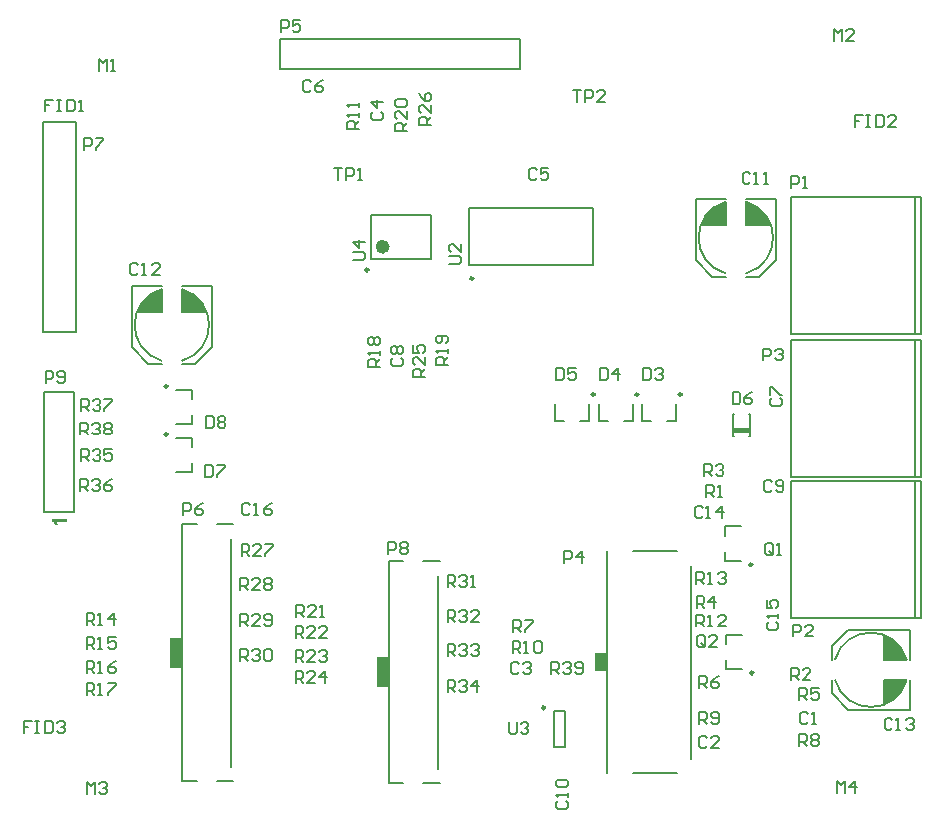
<source format=gto>
G04*
G04 #@! TF.GenerationSoftware,Altium Limited,Altium Designer,24.8.2 (39)*
G04*
G04 Layer_Color=65535*
%FSAX44Y44*%
%MOMM*%
G71*
G04*
G04 #@! TF.SameCoordinates,797AAC5B-F729-46B2-8772-93C60BB36BBD*
G04*
G04*
G04 #@! TF.FilePolarity,Positive*
G04*
G01*
G75*
%ADD10C,0.2500*%
%ADD11C,0.2000*%
%ADD12C,0.6000*%
%ADD13R,1.5000X0.4500*%
%ADD14R,1.0000X1.5000*%
%ADD15R,1.0000X2.5000*%
G36*
X00137550Y00436320D02*
Y00455320D01*
X00131050Y00452820D01*
X00125050Y00448820D01*
X00120550Y00443320D01*
X00116550Y00436320D01*
X00137550D01*
D02*
G37*
G36*
X00154550D02*
Y00455320D01*
X00161050Y00452820D01*
X00167050Y00448820D01*
X00171550Y00443320D01*
X00175550Y00436320D01*
X00154550D01*
D02*
G37*
G36*
X00615070Y00510240D02*
Y00529240D01*
X00608570Y00526740D01*
X00602570Y00522740D01*
X00598070Y00517240D01*
X00594070Y00510240D01*
X00615070D01*
D02*
G37*
G36*
X00748870Y00124850D02*
X00767870D01*
X00765370Y00118350D01*
X00761370Y00112350D01*
X00755870Y00107850D01*
X00748870Y00103850D01*
Y00124850D01*
D02*
G37*
G36*
Y00141850D02*
X00767870D01*
X00765370Y00148350D01*
X00761370Y00154350D01*
X00755870Y00158850D01*
X00748870Y00162850D01*
Y00141850D01*
D02*
G37*
G36*
X00632070Y00510240D02*
Y00529240D01*
X00638570Y00526740D01*
X00644570Y00522740D01*
X00649070Y00517240D01*
X00653070Y00510240D01*
X00632070D01*
D02*
G37*
G36*
X00057404Y00258690D02*
X00048127D01*
X00048146Y00258672D01*
X00048183Y00258635D01*
X00048238Y00258561D01*
X00048331Y00258450D01*
X00048442Y00258320D01*
X00048553Y00258172D01*
X00048683Y00257987D01*
X00048831Y00257783D01*
X00048979Y00257561D01*
X00049127Y00257320D01*
X00049294Y00257061D01*
X00049442Y00256783D01*
X00049720Y00256191D01*
X00049979Y00255524D01*
X00047757D01*
Y00255543D01*
X00047738Y00255561D01*
X00047720Y00255617D01*
X00047701Y00255691D01*
X00047609Y00255876D01*
X00047498Y00256135D01*
X00047350Y00256450D01*
X00047146Y00256802D01*
X00046887Y00257190D01*
X00046590Y00257598D01*
X00046572Y00257616D01*
X00046553Y00257653D01*
X00046498Y00257709D01*
X00046424Y00257783D01*
X00046238Y00257987D01*
X00045998Y00258209D01*
X00045701Y00258468D01*
X00045331Y00258727D01*
X00044942Y00258968D01*
X00044516Y00259153D01*
Y00261153D01*
X00057404D01*
Y00258690D01*
D02*
G37*
D10*
X00142390Y00332710D02*
G03*
X00142390Y00332710I-00001250J00000000D01*
G01*
Y00373350D02*
G03*
X00142390Y00373350I-00001250J00000000D01*
G01*
X00504140Y00366560D02*
G03*
X00504140Y00366560I-00001250J00000000D01*
G01*
X00577800D02*
G03*
X00577800Y00366560I-00001250J00000000D01*
G01*
X00540970D02*
G03*
X00540970Y00366560I-00001250J00000000D01*
G01*
X00637512Y00222432D02*
G03*
X00637512Y00222432I-00001250J00000000D01*
G01*
X00638320Y00130840D02*
G03*
X00638320Y00130840I-00001250J00000000D01*
G01*
X00461930Y00101160D02*
G03*
X00461930Y00101160I-00001250J00000000D01*
G01*
X00312500Y00472000D02*
G03*
X00312500Y00472000I-00001250J00000000D01*
G01*
X00401250Y00464750D02*
G03*
X00401250Y00464750I-00001250J00000000D01*
G01*
D11*
X00137463Y00455627D02*
G03*
X00137329Y00395051I00008587J-00030307D01*
G01*
X00154771D02*
G03*
X00154637Y00455627I-00008722J00030268D01*
G01*
X00632291Y00468971D02*
G03*
X00632157Y00529547I-00008722J00030268D01*
G01*
X00614983D02*
G03*
X00614849Y00468971I00008587J-00030307D01*
G01*
X00707601Y00124628D02*
G03*
X00768177Y00124763I00030268J00008722D01*
G01*
Y00141937D02*
G03*
X00707601Y00142072I-00030307J-00008587D01*
G01*
X00620896Y00330930D02*
X00621896D01*
X00620896Y00349930D02*
X00621896D01*
X00634896Y00330930D02*
X00635896D01*
X00634896Y00349930D02*
X00635896D01*
X00620896Y00330930D02*
Y00349930D01*
X00635896Y00330930D02*
Y00349930D01*
X00633896Y00334930D02*
X00635896D01*
X00620896D02*
X00622896D01*
X00633896D01*
X00163390Y00300460D02*
Y00308210D01*
X00149390Y00300460D02*
X00163390D01*
Y00321710D02*
Y00329460D01*
X00149390D02*
X00163390D01*
Y00341100D02*
Y00348850D01*
X00149390Y00341100D02*
X00163390D01*
Y00362350D02*
Y00370100D01*
X00149390D02*
X00163390D01*
X00112050Y00406320D02*
X00126050Y00392320D01*
X00166050D02*
X00180050Y00406320D01*
Y00458320D01*
X00112050Y00406320D02*
Y00458320D01*
X00137550Y00436320D02*
Y00455320D01*
X00116550Y00436320D02*
X00137550D01*
X00154550D02*
X00175550D01*
X00154550D02*
Y00455320D01*
X00126050Y00392320D02*
X00137550D01*
X00154550D02*
X00166050D01*
X00154550Y00458320D02*
X00180050D01*
X00112050D02*
X00137550D01*
X00536400Y00234000D02*
X00573400D01*
X00585400Y00058000D02*
Y00221000D01*
X00536400Y00046000D02*
X00573400D01*
X00514400Y00234000D02*
X00514400Y00046000D01*
X00036800Y00419000D02*
X00064800D01*
Y00596800D01*
X00036800Y00419000D02*
Y00596800D01*
X00036900Y00596900D01*
X00064800D01*
X00038100Y00266700D02*
Y00368300D01*
X00063500D01*
Y00266700D02*
Y00368300D01*
X00038100Y00266700D02*
X00063500D01*
X00237490Y00667766D02*
X00440690D01*
X00237490Y00642366D02*
X00440690D01*
X00237490D02*
Y00667766D01*
X00440690Y00642366D02*
Y00667766D01*
X00589570Y00532240D02*
X00615070D01*
X00632070D02*
X00657570D01*
X00632070Y00466240D02*
X00643570D01*
X00603570D02*
X00615070D01*
X00632070Y00510240D02*
Y00529240D01*
Y00510240D02*
X00653070D01*
X00594070D02*
X00615070D01*
Y00529240D01*
X00589570Y00480240D02*
Y00532240D01*
X00657570Y00480240D02*
Y00532240D01*
X00643570Y00466240D02*
X00657570Y00480240D01*
X00589570D02*
X00603570Y00466240D01*
X00770870Y00141850D02*
Y00167350D01*
Y00099350D02*
Y00124850D01*
X00704870Y00113350D02*
Y00124850D01*
Y00141850D02*
Y00153350D01*
X00748870Y00124850D02*
X00767870D01*
X00748870Y00103850D02*
Y00124850D01*
Y00141850D02*
Y00162850D01*
Y00141850D02*
X00767870D01*
X00718870Y00167350D02*
X00770870D01*
X00718870Y00099350D02*
X00770870D01*
X00704870Y00113350D02*
X00718870Y00099350D01*
X00704870Y00153350D02*
X00718870Y00167350D01*
X00775170Y00176950D02*
Y00292950D01*
X00670170Y00176950D02*
X00780170D01*
X00670170D02*
Y00292950D01*
X00780170D01*
Y00176950D02*
Y00292950D01*
X00470640Y00344310D02*
X00478390D01*
X00470640D02*
Y00358310D01*
X00491890Y00344310D02*
X00499640D01*
Y00358310D01*
X00330000Y00225500D02*
X00330000Y00037500D01*
X00342000D01*
X00330000Y00225500D02*
X00342000D01*
X00359000Y00037500D02*
X00373000D01*
X00359000Y00225500D02*
X00373000D01*
X00371000Y00049500D02*
Y00212500D01*
X00544300Y00344310D02*
X00552050D01*
X00544300D02*
Y00358310D01*
X00565550Y00344310D02*
X00573300D01*
Y00358310D01*
X00507470Y00344310D02*
X00515220D01*
X00507470D02*
Y00358310D01*
X00528720Y00344310D02*
X00536470D01*
Y00358310D01*
X00780000Y00417400D02*
Y00533400D01*
X00670000D02*
X00780000D01*
X00670000Y00417400D02*
Y00533400D01*
Y00417400D02*
X00780000D01*
X00775000D02*
Y00533400D01*
X00780170Y00296330D02*
Y00412330D01*
X00670170D02*
X00780170D01*
X00670170Y00296330D02*
Y00412330D01*
Y00296330D02*
X00780170D01*
X00775170D02*
Y00412330D01*
X00614012Y00225682D02*
X00628012D01*
X00614012D02*
Y00233432D01*
Y00254682D02*
X00628012D01*
X00614012Y00246932D02*
Y00254682D01*
X00614820Y00134090D02*
X00628820D01*
X00614820D02*
Y00141840D01*
Y00163090D02*
X00628820D01*
X00614820Y00155340D02*
Y00163090D01*
X00184000Y00256770D02*
X00198000D01*
X00184000Y00038770D02*
X00198000D01*
X00155000Y00256770D02*
X00167000D01*
X00155000Y00038770D02*
X00167000D01*
X00155000Y00256770D02*
X00155000Y00038770D01*
X00196000Y00050770D02*
Y00243770D01*
X00478680Y00068160D02*
Y00098160D01*
X00469680Y00068160D02*
Y00098160D01*
Y00068160D02*
X00478680D01*
X00469680Y00098160D02*
X00478680D01*
X00365500Y00481500D02*
Y00518500D01*
X00314500Y00481500D02*
Y00518500D01*
X00365500D01*
X00314500Y00481500D02*
X00365500D01*
X00502500Y00476000D02*
Y00524000D01*
X00397500Y00476000D02*
Y00524000D01*
X00502500D01*
X00397500Y00476000D02*
X00502500D01*
X00620827Y00368726D02*
Y00358730D01*
X00625826D01*
X00627492Y00360396D01*
Y00367060D01*
X00625826Y00368726D01*
X00620827D01*
X00637489D02*
X00634156Y00367060D01*
X00630824Y00363728D01*
Y00360396D01*
X00632490Y00358730D01*
X00635822D01*
X00637489Y00360396D01*
Y00362062D01*
X00635822Y00363728D01*
X00630824D01*
X00174549Y00306496D02*
Y00296500D01*
X00179548D01*
X00181214Y00298166D01*
Y00304830D01*
X00179548Y00306496D01*
X00174549D01*
X00184546D02*
X00191211D01*
Y00304830D01*
X00184546Y00298166D01*
Y00296500D01*
X00174803Y00347898D02*
Y00337902D01*
X00179802D01*
X00181468Y00339568D01*
Y00346232D01*
X00179802Y00347898D01*
X00174803D01*
X00184800Y00346232D02*
X00186466Y00347898D01*
X00189799D01*
X00191465Y00346232D01*
Y00344566D01*
X00189799Y00342900D01*
X00191465Y00341234D01*
Y00339568D01*
X00189799Y00337902D01*
X00186466D01*
X00184800Y00339568D01*
Y00341234D01*
X00186466Y00342900D01*
X00184800Y00344566D01*
Y00346232D01*
X00186466Y00342900D02*
X00189799D01*
X00117359Y00475772D02*
X00115692Y00477438D01*
X00112360D01*
X00110694Y00475772D01*
Y00469108D01*
X00112360Y00467442D01*
X00115692D01*
X00117359Y00469108D01*
X00120691Y00467442D02*
X00124023D01*
X00122357D01*
Y00477438D01*
X00120691Y00475772D01*
X00135686Y00467442D02*
X00129022D01*
X00135686Y00474106D01*
Y00475772D01*
X00134020Y00477438D01*
X00130688D01*
X00129022Y00475772D01*
X00478079Y00223602D02*
Y00233598D01*
X00483078D01*
X00484744Y00231932D01*
Y00228600D01*
X00483078Y00226934D01*
X00478079D01*
X00493074Y00223602D02*
Y00233598D01*
X00488076Y00228600D01*
X00494741D01*
X00589992Y00170008D02*
Y00180004D01*
X00594990D01*
X00596656Y00178338D01*
Y00175006D01*
X00594990Y00173340D01*
X00589992D01*
X00593324D02*
X00596656Y00170008D01*
X00599989D02*
X00603321D01*
X00601655D01*
Y00180004D01*
X00599989Y00178338D01*
X00614984Y00170008D02*
X00608320D01*
X00614984Y00176672D01*
Y00178338D01*
X00613318Y00180004D01*
X00609986D01*
X00608320Y00178338D01*
X00651226Y00173746D02*
X00649560Y00172080D01*
Y00168748D01*
X00651226Y00167082D01*
X00657890D01*
X00659556Y00168748D01*
Y00172080D01*
X00657890Y00173746D01*
X00659556Y00177079D02*
Y00180411D01*
Y00178745D01*
X00649560D01*
X00651226Y00177079D01*
X00649560Y00192074D02*
Y00185410D01*
X00654558D01*
X00652892Y00188742D01*
Y00190408D01*
X00654558Y00192074D01*
X00657890D01*
X00659556Y00190408D01*
Y00187076D01*
X00657890Y00185410D01*
X00589992Y00206076D02*
Y00216072D01*
X00594990D01*
X00596656Y00214406D01*
Y00211074D01*
X00594990Y00209408D01*
X00589992D01*
X00593324D02*
X00596656Y00206076D01*
X00599989D02*
X00603321D01*
X00601655D01*
Y00216072D01*
X00599989Y00214406D01*
X00608320D02*
X00609986Y00216072D01*
X00613318D01*
X00614984Y00214406D01*
Y00212740D01*
X00613318Y00211074D01*
X00611652D01*
X00613318D01*
X00614984Y00209408D01*
Y00207742D01*
X00613318Y00206076D01*
X00609986D01*
X00608320Y00207742D01*
X00595387Y00270032D02*
X00593720Y00271698D01*
X00590388D01*
X00588722Y00270032D01*
Y00263368D01*
X00590388Y00261702D01*
X00593720D01*
X00595387Y00263368D01*
X00598719Y00261702D02*
X00602051D01*
X00600385D01*
Y00271698D01*
X00598719Y00270032D01*
X00612048Y00261702D02*
Y00271698D01*
X00607049Y00266700D01*
X00613714D01*
X00596443Y00297262D02*
Y00307258D01*
X00601442D01*
X00603108Y00305592D01*
Y00302260D01*
X00601442Y00300594D01*
X00596443D01*
X00599776D02*
X00603108Y00297262D01*
X00606440Y00305592D02*
X00608106Y00307258D01*
X00611438D01*
X00613105Y00305592D01*
Y00303926D01*
X00611438Y00302260D01*
X00609772D01*
X00611438D01*
X00613105Y00300594D01*
Y00298928D01*
X00611438Y00297262D01*
X00608106D01*
X00606440Y00298928D01*
X00670103Y00124796D02*
Y00134792D01*
X00675102D01*
X00676768Y00133126D01*
Y00129794D01*
X00675102Y00128128D01*
X00670103D01*
X00673436D02*
X00676768Y00124796D01*
X00686765D02*
X00680100D01*
X00686765Y00131460D01*
Y00133126D01*
X00685098Y00134792D01*
X00681766D01*
X00680100Y00133126D01*
X00068713Y00284562D02*
Y00294558D01*
X00073711D01*
X00075377Y00292892D01*
Y00289560D01*
X00073711Y00287894D01*
X00068713D01*
X00072045D02*
X00075377Y00284562D01*
X00078710Y00292892D02*
X00080376Y00294558D01*
X00083708D01*
X00085374Y00292892D01*
Y00291226D01*
X00083708Y00289560D01*
X00082042D01*
X00083708D01*
X00085374Y00287894D01*
Y00286228D01*
X00083708Y00284562D01*
X00080376D01*
X00078710Y00286228D01*
X00095371Y00294558D02*
X00092039Y00292892D01*
X00088707Y00289560D01*
Y00286228D01*
X00090373Y00284562D01*
X00093705D01*
X00095371Y00286228D01*
Y00287894D01*
X00093705Y00289560D01*
X00088707D01*
X00068967Y00309962D02*
Y00319958D01*
X00073965D01*
X00075631Y00318292D01*
Y00314960D01*
X00073965Y00313294D01*
X00068967D01*
X00072299D02*
X00075631Y00309962D01*
X00078964Y00318292D02*
X00080630Y00319958D01*
X00083962D01*
X00085628Y00318292D01*
Y00316626D01*
X00083962Y00314960D01*
X00082296D01*
X00083962D01*
X00085628Y00313294D01*
Y00311628D01*
X00083962Y00309962D01*
X00080630D01*
X00078964Y00311628D01*
X00095625Y00319958D02*
X00088961D01*
Y00314960D01*
X00092293Y00316626D01*
X00093959D01*
X00095625Y00314960D01*
Y00311628D01*
X00093959Y00309962D01*
X00090627D01*
X00088961Y00311628D01*
X00068713Y00332568D02*
Y00342564D01*
X00073711D01*
X00075377Y00340898D01*
Y00337566D01*
X00073711Y00335900D01*
X00068713D01*
X00072045D02*
X00075377Y00332568D01*
X00078710Y00340898D02*
X00080376Y00342564D01*
X00083708D01*
X00085374Y00340898D01*
Y00339232D01*
X00083708Y00337566D01*
X00082042D01*
X00083708D01*
X00085374Y00335900D01*
Y00334234D01*
X00083708Y00332568D01*
X00080376D01*
X00078710Y00334234D01*
X00088707Y00340898D02*
X00090373Y00342564D01*
X00093705D01*
X00095371Y00340898D01*
Y00339232D01*
X00093705Y00337566D01*
X00095371Y00335900D01*
Y00334234D01*
X00093705Y00332568D01*
X00090373D01*
X00088707Y00334234D01*
Y00335900D01*
X00090373Y00337566D01*
X00088707Y00339232D01*
Y00340898D01*
X00090373Y00337566D02*
X00093705D01*
X00068967Y00352380D02*
Y00362376D01*
X00073965D01*
X00075631Y00360710D01*
Y00357378D01*
X00073965Y00355712D01*
X00068967D01*
X00072299D02*
X00075631Y00352380D01*
X00078964Y00360710D02*
X00080630Y00362376D01*
X00083962D01*
X00085628Y00360710D01*
Y00359044D01*
X00083962Y00357378D01*
X00082296D01*
X00083962D01*
X00085628Y00355712D01*
Y00354046D01*
X00083962Y00352380D01*
X00080630D01*
X00078964Y00354046D01*
X00088961Y00362376D02*
X00095625D01*
Y00360710D01*
X00088961Y00354046D01*
Y00352380D01*
X00071425Y00573614D02*
Y00583610D01*
X00076424D01*
X00078090Y00581944D01*
Y00578612D01*
X00076424Y00576946D01*
X00071425D01*
X00081422Y00583610D02*
X00088087D01*
Y00581944D01*
X00081422Y00575280D01*
Y00573614D01*
X00039116Y00376428D02*
Y00386425D01*
X00044114D01*
X00045781Y00384759D01*
Y00381426D01*
X00044114Y00379760D01*
X00039116D01*
X00049113Y00378094D02*
X00050779Y00376428D01*
X00054111D01*
X00055777Y00378094D01*
Y00384759D01*
X00054111Y00386425D01*
X00050779D01*
X00049113Y00384759D01*
Y00383092D01*
X00050779Y00381426D01*
X00055777D01*
X00467360Y00129540D02*
Y00139537D01*
X00472358D01*
X00474025Y00137871D01*
Y00134538D01*
X00472358Y00132872D01*
X00467360D01*
X00470692D02*
X00474025Y00129540D01*
X00477357Y00137871D02*
X00479023Y00139537D01*
X00482355D01*
X00484021Y00137871D01*
Y00136205D01*
X00482355Y00134538D01*
X00480689D01*
X00482355D01*
X00484021Y00132872D01*
Y00131206D01*
X00482355Y00129540D01*
X00479023D01*
X00477357Y00131206D01*
X00487354D02*
X00489020Y00129540D01*
X00492352D01*
X00494018Y00131206D01*
Y00137871D01*
X00492352Y00139537D01*
X00489020D01*
X00487354Y00137871D01*
Y00136205D01*
X00489020Y00134538D01*
X00494018D01*
X00485902Y00624423D02*
X00492566D01*
X00489234D01*
Y00614426D01*
X00495899D02*
Y00624423D01*
X00500897D01*
X00502563Y00622757D01*
Y00619424D01*
X00500897Y00617758D01*
X00495899D01*
X00512560Y00614426D02*
X00505896D01*
X00512560Y00621091D01*
Y00622757D01*
X00510894Y00624423D01*
X00507562D01*
X00505896Y00622757D01*
X00212404Y00272491D02*
X00210738Y00274157D01*
X00207406D01*
X00205740Y00272491D01*
Y00265826D01*
X00207406Y00264160D01*
X00210738D01*
X00212404Y00265826D01*
X00215737Y00264160D02*
X00219069D01*
X00217403D01*
Y00274157D01*
X00215737Y00272491D01*
X00230732Y00274157D02*
X00227400Y00272491D01*
X00224067Y00269158D01*
Y00265826D01*
X00225734Y00264160D01*
X00229066D01*
X00230732Y00265826D01*
Y00267492D01*
X00229066Y00269158D01*
X00224067D01*
X00471678Y00388457D02*
Y00378460D01*
X00476676D01*
X00478343Y00380126D01*
Y00386791D01*
X00476676Y00388457D01*
X00471678D01*
X00488339D02*
X00481675D01*
Y00383458D01*
X00485007Y00385125D01*
X00486673D01*
X00488339Y00383458D01*
Y00380126D01*
X00486673Y00378460D01*
X00483341D01*
X00481675Y00380126D01*
X00329489Y00231222D02*
Y00241218D01*
X00334488D01*
X00336154Y00239552D01*
Y00236220D01*
X00334488Y00234554D01*
X00329489D01*
X00339486Y00239552D02*
X00341152Y00241218D01*
X00344484D01*
X00346151Y00239552D01*
Y00237886D01*
X00344484Y00236220D01*
X00346151Y00234554D01*
Y00232888D01*
X00344484Y00231222D01*
X00341152D01*
X00339486Y00232888D01*
Y00234554D01*
X00341152Y00236220D01*
X00339486Y00237886D01*
Y00239552D01*
X00341152Y00236220D02*
X00344484D01*
X00379476Y00114300D02*
Y00124297D01*
X00384474D01*
X00386141Y00122631D01*
Y00119298D01*
X00384474Y00117632D01*
X00379476D01*
X00382808D02*
X00386141Y00114300D01*
X00389473Y00122631D02*
X00391139Y00124297D01*
X00394471D01*
X00396137Y00122631D01*
Y00120964D01*
X00394471Y00119298D01*
X00392805D01*
X00394471D01*
X00396137Y00117632D01*
Y00115966D01*
X00394471Y00114300D01*
X00391139D01*
X00389473Y00115966D01*
X00404468Y00114300D02*
Y00124297D01*
X00399470Y00119298D01*
X00406134D01*
X00379476Y00144780D02*
Y00154777D01*
X00384474D01*
X00386141Y00153111D01*
Y00149778D01*
X00384474Y00148112D01*
X00379476D01*
X00382808D02*
X00386141Y00144780D01*
X00389473Y00153111D02*
X00391139Y00154777D01*
X00394471D01*
X00396137Y00153111D01*
Y00151445D01*
X00394471Y00149778D01*
X00392805D01*
X00394471D01*
X00396137Y00148112D01*
Y00146446D01*
X00394471Y00144780D01*
X00391139D01*
X00389473Y00146446D01*
X00399470Y00153111D02*
X00401136Y00154777D01*
X00404468D01*
X00406134Y00153111D01*
Y00151445D01*
X00404468Y00149778D01*
X00402802D01*
X00404468D01*
X00406134Y00148112D01*
Y00146446D01*
X00404468Y00144780D01*
X00401136D01*
X00399470Y00146446D01*
X00379476Y00173990D02*
Y00183987D01*
X00384474D01*
X00386141Y00182321D01*
Y00178988D01*
X00384474Y00177322D01*
X00379476D01*
X00382808D02*
X00386141Y00173990D01*
X00389473Y00182321D02*
X00391139Y00183987D01*
X00394471D01*
X00396137Y00182321D01*
Y00180655D01*
X00394471Y00178988D01*
X00392805D01*
X00394471D01*
X00396137Y00177322D01*
Y00175656D01*
X00394471Y00173990D01*
X00391139D01*
X00389473Y00175656D01*
X00406134Y00173990D02*
X00399470D01*
X00406134Y00180655D01*
Y00182321D01*
X00404468Y00183987D01*
X00401136D01*
X00399470Y00182321D01*
X00379476Y00203200D02*
Y00213197D01*
X00384474D01*
X00386141Y00211531D01*
Y00208198D01*
X00384474Y00206532D01*
X00379476D01*
X00382808D02*
X00386141Y00203200D01*
X00389473Y00211531D02*
X00391139Y00213197D01*
X00394471D01*
X00396137Y00211531D01*
Y00209865D01*
X00394471Y00208198D01*
X00392805D01*
X00394471D01*
X00396137Y00206532D01*
Y00204866D01*
X00394471Y00203200D01*
X00391139D01*
X00389473Y00204866D01*
X00399470Y00203200D02*
X00402802D01*
X00401136D01*
Y00213197D01*
X00399470Y00211531D01*
X00203841Y00141052D02*
Y00151048D01*
X00208839D01*
X00210506Y00149382D01*
Y00146050D01*
X00208839Y00144384D01*
X00203841D01*
X00207173D02*
X00210506Y00141052D01*
X00213838Y00149382D02*
X00215504Y00151048D01*
X00218836D01*
X00220502Y00149382D01*
Y00147716D01*
X00218836Y00146050D01*
X00217170D01*
X00218836D01*
X00220502Y00144384D01*
Y00142718D01*
X00218836Y00141052D01*
X00215504D01*
X00213838Y00142718D01*
X00223834Y00149382D02*
X00225501Y00151048D01*
X00228833D01*
X00230499Y00149382D01*
Y00142718D01*
X00228833Y00141052D01*
X00225501D01*
X00223834Y00142718D01*
Y00149382D01*
X00203841Y00170262D02*
Y00180258D01*
X00208839D01*
X00210506Y00178592D01*
Y00175260D01*
X00208839Y00173594D01*
X00203841D01*
X00207173D02*
X00210506Y00170262D01*
X00220502D02*
X00213838D01*
X00220502Y00176926D01*
Y00178592D01*
X00218836Y00180258D01*
X00215504D01*
X00213838Y00178592D01*
X00223834Y00171928D02*
X00225501Y00170262D01*
X00228833D01*
X00230499Y00171928D01*
Y00178592D01*
X00228833Y00180258D01*
X00225501D01*
X00223834Y00178592D01*
Y00176926D01*
X00225501Y00175260D01*
X00230499D01*
X00203841Y00200742D02*
Y00210738D01*
X00208839D01*
X00210506Y00209072D01*
Y00205740D01*
X00208839Y00204074D01*
X00203841D01*
X00207173D02*
X00210506Y00200742D01*
X00220502D02*
X00213838D01*
X00220502Y00207406D01*
Y00209072D01*
X00218836Y00210738D01*
X00215504D01*
X00213838Y00209072D01*
X00223834D02*
X00225501Y00210738D01*
X00228833D01*
X00230499Y00209072D01*
Y00207406D01*
X00228833Y00205740D01*
X00230499Y00204074D01*
Y00202408D01*
X00228833Y00200742D01*
X00225501D01*
X00223834Y00202408D01*
Y00204074D01*
X00225501Y00205740D01*
X00223834Y00207406D01*
Y00209072D01*
X00225501Y00205740D02*
X00228833D01*
X00205111Y00229952D02*
Y00239948D01*
X00210109D01*
X00211775Y00238282D01*
Y00234950D01*
X00210109Y00233284D01*
X00205111D01*
X00208443D02*
X00211775Y00229952D01*
X00221772D02*
X00215108D01*
X00221772Y00236616D01*
Y00238282D01*
X00220106Y00239948D01*
X00216774D01*
X00215108Y00238282D01*
X00225105Y00239948D02*
X00231769D01*
Y00238282D01*
X00225105Y00231618D01*
Y00229952D01*
X00508508Y00388457D02*
Y00378460D01*
X00513506D01*
X00515173Y00380126D01*
Y00386791D01*
X00513506Y00388457D01*
X00508508D01*
X00523503Y00378460D02*
Y00388457D01*
X00518505Y00383458D01*
X00525169D01*
X00545338Y00388457D02*
Y00378460D01*
X00550336D01*
X00552002Y00380126D01*
Y00386791D01*
X00550336Y00388457D01*
X00545338D01*
X00555335Y00386791D02*
X00557001Y00388457D01*
X00560333D01*
X00561999Y00386791D01*
Y00385125D01*
X00560333Y00383458D01*
X00558667D01*
X00560333D01*
X00561999Y00381792D01*
Y00380126D01*
X00560333Y00378460D01*
X00557001D01*
X00555335Y00380126D01*
X00756169Y00090962D02*
X00754502Y00092628D01*
X00751170D01*
X00749504Y00090962D01*
Y00084298D01*
X00751170Y00082632D01*
X00754502D01*
X00756169Y00084298D01*
X00759501Y00082632D02*
X00762833D01*
X00761167D01*
Y00092628D01*
X00759501Y00090962D01*
X00767831D02*
X00769498Y00092628D01*
X00772830D01*
X00774496Y00090962D01*
Y00089296D01*
X00772830Y00087630D01*
X00771164D01*
X00772830D01*
X00774496Y00085964D01*
Y00084298D01*
X00772830Y00082632D01*
X00769498D01*
X00767831Y00084298D01*
X00635915Y00553242D02*
X00634249Y00554908D01*
X00630916D01*
X00629250Y00553242D01*
Y00546578D01*
X00630916Y00544912D01*
X00634249D01*
X00635915Y00546578D01*
X00639247Y00544912D02*
X00642579D01*
X00640913D01*
Y00554908D01*
X00639247Y00553242D01*
X00647578Y00544912D02*
X00650910D01*
X00649244D01*
Y00554908D01*
X00647578Y00553242D01*
X00381082Y00476809D02*
X00389412D01*
X00391078Y00478475D01*
Y00481808D01*
X00389412Y00483474D01*
X00381082D01*
X00391078Y00493471D02*
Y00486806D01*
X00384414Y00493471D01*
X00382748D01*
X00381082Y00491805D01*
Y00488472D01*
X00382748Y00486806D01*
X00299802Y00480619D02*
X00308132D01*
X00309798Y00482285D01*
Y00485618D01*
X00308132Y00487284D01*
X00299802D01*
X00309798Y00495615D02*
X00299802D01*
X00304800Y00490616D01*
Y00497281D01*
X00431309Y00088828D02*
Y00080498D01*
X00432976Y00078832D01*
X00436308D01*
X00437974Y00080498D01*
Y00088828D01*
X00441306Y00087162D02*
X00442972Y00088828D01*
X00446305D01*
X00447971Y00087162D01*
Y00085496D01*
X00446305Y00083830D01*
X00444638D01*
X00446305D01*
X00447971Y00082164D01*
Y00080498D01*
X00446305Y00078832D01*
X00442972D01*
X00441306Y00080498D01*
X00283718Y00558383D02*
X00290382D01*
X00287050D01*
Y00548386D01*
X00293715D02*
Y00558383D01*
X00298713D01*
X00300379Y00556717D01*
Y00553384D01*
X00298713Y00551718D01*
X00293715D01*
X00303712Y00548386D02*
X00307044D01*
X00305378D01*
Y00558383D01*
X00303712Y00556717D01*
X00365678Y00595001D02*
X00355682D01*
Y00599999D01*
X00357348Y00601665D01*
X00360680D01*
X00362346Y00599999D01*
Y00595001D01*
Y00598333D02*
X00365678Y00601665D01*
Y00611662D02*
Y00604998D01*
X00359014Y00611662D01*
X00357348D01*
X00355682Y00609996D01*
Y00606664D01*
X00357348Y00604998D01*
X00355682Y00621659D02*
X00357348Y00618327D01*
X00360680Y00614995D01*
X00364012D01*
X00365678Y00616661D01*
Y00619993D01*
X00364012Y00621659D01*
X00362346D01*
X00360680Y00619993D01*
Y00614995D01*
X00360598Y00381641D02*
X00350602D01*
Y00386639D01*
X00352268Y00388306D01*
X00355600D01*
X00357266Y00386639D01*
Y00381641D01*
Y00384973D02*
X00360598Y00388306D01*
Y00398302D02*
Y00391638D01*
X00353934Y00398302D01*
X00352268D01*
X00350602Y00396636D01*
Y00393304D01*
X00352268Y00391638D01*
X00350602Y00408299D02*
Y00401634D01*
X00355600D01*
X00353934Y00404967D01*
Y00406633D01*
X00355600Y00408299D01*
X00358932D01*
X00360598Y00406633D01*
Y00403301D01*
X00358932Y00401634D01*
X00250831Y00122002D02*
Y00131998D01*
X00255829D01*
X00257495Y00130332D01*
Y00127000D01*
X00255829Y00125334D01*
X00250831D01*
X00254163D02*
X00257495Y00122002D01*
X00267492D02*
X00260828D01*
X00267492Y00128666D01*
Y00130332D01*
X00265826Y00131998D01*
X00262494D01*
X00260828Y00130332D01*
X00275823Y00122002D02*
Y00131998D01*
X00270825Y00127000D01*
X00277489D01*
X00250831Y00139782D02*
Y00149778D01*
X00255829D01*
X00257495Y00148112D01*
Y00144780D01*
X00255829Y00143114D01*
X00250831D01*
X00254163D02*
X00257495Y00139782D01*
X00267492D02*
X00260828D01*
X00267492Y00146446D01*
Y00148112D01*
X00265826Y00149778D01*
X00262494D01*
X00260828Y00148112D01*
X00270825D02*
X00272491Y00149778D01*
X00275823D01*
X00277489Y00148112D01*
Y00146446D01*
X00275823Y00144780D01*
X00274157D01*
X00275823D01*
X00277489Y00143114D01*
Y00141448D01*
X00275823Y00139782D01*
X00272491D01*
X00270825Y00141448D01*
X00250831Y00160102D02*
Y00170098D01*
X00255829D01*
X00257495Y00168432D01*
Y00165100D01*
X00255829Y00163434D01*
X00250831D01*
X00254163D02*
X00257495Y00160102D01*
X00267492D02*
X00260828D01*
X00267492Y00166766D01*
Y00168432D01*
X00265826Y00170098D01*
X00262494D01*
X00260828Y00168432D01*
X00277489Y00160102D02*
X00270825D01*
X00277489Y00166766D01*
Y00168432D01*
X00275823Y00170098D01*
X00272491D01*
X00270825Y00168432D01*
X00251227Y00177882D02*
Y00187878D01*
X00256225D01*
X00257892Y00186212D01*
Y00182880D01*
X00256225Y00181214D01*
X00251227D01*
X00254559D02*
X00257892Y00177882D01*
X00267888D02*
X00261224D01*
X00267888Y00184546D01*
Y00186212D01*
X00266222Y00187878D01*
X00262890D01*
X00261224Y00186212D01*
X00271221Y00177882D02*
X00274553D01*
X00272887D01*
Y00187878D01*
X00271221Y00186212D01*
X00345358Y00589921D02*
X00335362D01*
Y00594919D01*
X00337028Y00596586D01*
X00340360D01*
X00342026Y00594919D01*
Y00589921D01*
Y00593253D02*
X00345358Y00596586D01*
Y00606582D02*
Y00599918D01*
X00338694Y00606582D01*
X00337028D01*
X00335362Y00604916D01*
Y00601584D01*
X00337028Y00599918D01*
Y00609915D02*
X00335362Y00611581D01*
Y00614913D01*
X00337028Y00616579D01*
X00343692D01*
X00345358Y00614913D01*
Y00611581D01*
X00343692Y00609915D01*
X00337028D01*
X00379648Y00391364D02*
X00369652D01*
Y00396362D01*
X00371318Y00398028D01*
X00374650D01*
X00376316Y00396362D01*
Y00391364D01*
Y00394696D02*
X00379648Y00398028D01*
Y00401361D02*
Y00404693D01*
Y00403027D01*
X00369652D01*
X00371318Y00401361D01*
X00377982Y00409692D02*
X00379648Y00411358D01*
Y00414690D01*
X00377982Y00416356D01*
X00371318D01*
X00369652Y00414690D01*
Y00411358D01*
X00371318Y00409692D01*
X00372984D01*
X00374650Y00411358D01*
Y00416356D01*
X00322498Y00390094D02*
X00312502D01*
Y00395092D01*
X00314168Y00396758D01*
X00317500D01*
X00319166Y00395092D01*
Y00390094D01*
Y00393426D02*
X00322498Y00396758D01*
Y00400091D02*
Y00403423D01*
Y00401757D01*
X00312502D01*
X00314168Y00400091D01*
Y00408422D02*
X00312502Y00410088D01*
Y00413420D01*
X00314168Y00415086D01*
X00315834D01*
X00317500Y00413420D01*
X00319166Y00415086D01*
X00320832D01*
X00322498Y00413420D01*
Y00410088D01*
X00320832Y00408422D01*
X00319166D01*
X00317500Y00410088D01*
X00315834Y00408422D01*
X00314168D01*
X00317500Y00410088D02*
Y00413420D01*
X00073864Y00111842D02*
Y00121838D01*
X00078862D01*
X00080528Y00120172D01*
Y00116840D01*
X00078862Y00115174D01*
X00073864D01*
X00077196D02*
X00080528Y00111842D01*
X00083861D02*
X00087193D01*
X00085527D01*
Y00121838D01*
X00083861Y00120172D01*
X00092191Y00121838D02*
X00098856D01*
Y00120172D01*
X00092191Y00113508D01*
Y00111842D01*
X00073864Y00130892D02*
Y00140888D01*
X00078862D01*
X00080528Y00139222D01*
Y00135890D01*
X00078862Y00134224D01*
X00073864D01*
X00077196D02*
X00080528Y00130892D01*
X00083861D02*
X00087193D01*
X00085527D01*
Y00140888D01*
X00083861Y00139222D01*
X00098856Y00140888D02*
X00095524Y00139222D01*
X00092191Y00135890D01*
Y00132558D01*
X00093858Y00130892D01*
X00097190D01*
X00098856Y00132558D01*
Y00134224D01*
X00097190Y00135890D01*
X00092191D01*
X00073864Y00151212D02*
Y00161208D01*
X00078862D01*
X00080528Y00159542D01*
Y00156210D01*
X00078862Y00154544D01*
X00073864D01*
X00077196D02*
X00080528Y00151212D01*
X00083861D02*
X00087193D01*
X00085527D01*
Y00161208D01*
X00083861Y00159542D01*
X00098856Y00161208D02*
X00092191D01*
Y00156210D01*
X00095524Y00157876D01*
X00097190D01*
X00098856Y00156210D01*
Y00152878D01*
X00097190Y00151212D01*
X00093858D01*
X00092191Y00152878D01*
X00073864Y00171532D02*
Y00181528D01*
X00078862D01*
X00080528Y00179862D01*
Y00176530D01*
X00078862Y00174864D01*
X00073864D01*
X00077196D02*
X00080528Y00171532D01*
X00083861D02*
X00087193D01*
X00085527D01*
Y00181528D01*
X00083861Y00179862D01*
X00097190Y00171532D02*
Y00181528D01*
X00092191Y00176530D01*
X00098856D01*
X00304718Y00591150D02*
X00294722D01*
Y00596148D01*
X00296388Y00597815D01*
X00299720D01*
X00301386Y00596148D01*
Y00591150D01*
Y00594482D02*
X00304718Y00597815D01*
Y00601147D02*
Y00604479D01*
Y00602813D01*
X00294722D01*
X00296388Y00601147D01*
X00304718Y00609478D02*
Y00612810D01*
Y00611144D01*
X00294722D01*
X00296388Y00609478D01*
X00434544Y00147402D02*
Y00157398D01*
X00439542D01*
X00441208Y00155732D01*
Y00152400D01*
X00439542Y00150734D01*
X00434544D01*
X00437876D02*
X00441208Y00147402D01*
X00444541D02*
X00447873D01*
X00446207D01*
Y00157398D01*
X00444541Y00155732D01*
X00452872D02*
X00454538Y00157398D01*
X00457870D01*
X00459536Y00155732D01*
Y00149068D01*
X00457870Y00147402D01*
X00454538D01*
X00452872Y00149068D01*
Y00155732D01*
X00592379Y00087712D02*
Y00097708D01*
X00597378D01*
X00599044Y00096042D01*
Y00092710D01*
X00597378Y00091044D01*
X00592379D01*
X00595712D02*
X00599044Y00087712D01*
X00602376Y00089378D02*
X00604042Y00087712D01*
X00607374D01*
X00609041Y00089378D01*
Y00096042D01*
X00607374Y00097708D01*
X00604042D01*
X00602376Y00096042D01*
Y00094376D01*
X00604042Y00092710D01*
X00609041D01*
X00677469Y00068662D02*
Y00078658D01*
X00682468D01*
X00684134Y00076992D01*
Y00073660D01*
X00682468Y00071994D01*
X00677469D01*
X00680802D02*
X00684134Y00068662D01*
X00687466Y00076992D02*
X00689132Y00078658D01*
X00692465D01*
X00694131Y00076992D01*
Y00075326D01*
X00692465Y00073660D01*
X00694131Y00071994D01*
Y00070328D01*
X00692465Y00068662D01*
X00689132D01*
X00687466Y00070328D01*
Y00071994D01*
X00689132Y00073660D01*
X00687466Y00075326D01*
Y00076992D01*
X00689132Y00073660D02*
X00692465D01*
X00434899Y00165182D02*
Y00175178D01*
X00439898D01*
X00441564Y00173512D01*
Y00170180D01*
X00439898Y00168514D01*
X00434899D01*
X00438232D02*
X00441564Y00165182D01*
X00444896Y00175178D02*
X00451561D01*
Y00173512D01*
X00444896Y00166848D01*
Y00165182D01*
X00592379Y00118192D02*
Y00128188D01*
X00597378D01*
X00599044Y00126522D01*
Y00123190D01*
X00597378Y00121524D01*
X00592379D01*
X00595712D02*
X00599044Y00118192D01*
X00609041Y00128188D02*
X00605708Y00126522D01*
X00602376Y00123190D01*
Y00119858D01*
X00604042Y00118192D01*
X00607374D01*
X00609041Y00119858D01*
Y00121524D01*
X00607374Y00123190D01*
X00602376D01*
X00677469Y00108032D02*
Y00118028D01*
X00682468D01*
X00684134Y00116362D01*
Y00113030D01*
X00682468Y00111364D01*
X00677469D01*
X00680802D02*
X00684134Y00108032D01*
X00694131Y00118028D02*
X00687466D01*
Y00113030D01*
X00690798Y00114696D01*
X00692465D01*
X00694131Y00113030D01*
Y00109698D01*
X00692465Y00108032D01*
X00689132D01*
X00687466Y00109698D01*
X00590347Y00186010D02*
Y00196006D01*
X00595346D01*
X00597012Y00194340D01*
Y00191008D01*
X00595346Y00189342D01*
X00590347D01*
X00593680D02*
X00597012Y00186010D01*
X00605342D02*
Y00196006D01*
X00600344Y00191008D01*
X00607009D01*
X00598110Y00279482D02*
Y00289478D01*
X00603108D01*
X00604774Y00287812D01*
Y00284480D01*
X00603108Y00282814D01*
X00598110D01*
X00601442D02*
X00604774Y00279482D01*
X00608106D02*
X00611438D01*
X00609772D01*
Y00289478D01*
X00608106Y00287812D01*
X00597774Y00154148D02*
Y00160812D01*
X00596108Y00162478D01*
X00592775D01*
X00591109Y00160812D01*
Y00154148D01*
X00592775Y00152482D01*
X00596108D01*
X00594442Y00155814D02*
X00597774Y00152482D01*
X00596108D02*
X00597774Y00154148D01*
X00607771Y00152482D02*
X00601106D01*
X00607771Y00159146D01*
Y00160812D01*
X00606105Y00162478D01*
X00602772D01*
X00601106Y00160812D01*
X00654812Y00232430D02*
Y00239094D01*
X00653146Y00240760D01*
X00649814D01*
X00648148Y00239094D01*
Y00232430D01*
X00649814Y00230764D01*
X00653146D01*
X00651480Y00234096D02*
X00654812Y00230764D01*
X00653146D02*
X00654812Y00232430D01*
X00658144Y00230764D02*
X00661477D01*
X00659810D01*
Y00240760D01*
X00658144Y00239094D01*
X00155499Y00264242D02*
Y00274238D01*
X00160498D01*
X00162164Y00272572D01*
Y00269240D01*
X00160498Y00267574D01*
X00155499D01*
X00172161Y00274238D02*
X00168828Y00272572D01*
X00165496Y00269240D01*
Y00265908D01*
X00167162Y00264242D01*
X00170494D01*
X00172161Y00265908D01*
Y00267574D01*
X00170494Y00269240D01*
X00165496D01*
X00238239Y00673248D02*
Y00683244D01*
X00243238D01*
X00244904Y00681578D01*
Y00678246D01*
X00243238Y00676580D01*
X00238239D01*
X00254901Y00683244D02*
X00248236D01*
Y00678246D01*
X00251568Y00679912D01*
X00253235D01*
X00254901Y00678246D01*
Y00674914D01*
X00253235Y00673248D01*
X00249902D01*
X00248236Y00674914D01*
X00646735Y00395306D02*
Y00405302D01*
X00651734D01*
X00653400Y00403636D01*
Y00400304D01*
X00651734Y00398638D01*
X00646735D01*
X00656732Y00403636D02*
X00658398Y00405302D01*
X00661730D01*
X00663397Y00403636D01*
Y00401970D01*
X00661730Y00400304D01*
X00660064D01*
X00661730D01*
X00663397Y00398638D01*
Y00396972D01*
X00661730Y00395306D01*
X00658398D01*
X00656732Y00396972D01*
X00672389Y00161626D02*
Y00171622D01*
X00677388D01*
X00679054Y00169956D01*
Y00166624D01*
X00677388Y00164958D01*
X00672389D01*
X00689051Y00161626D02*
X00682386D01*
X00689051Y00168290D01*
Y00169956D01*
X00687384Y00171622D01*
X00684052D01*
X00682386Y00169956D01*
X00670246Y00541102D02*
Y00551098D01*
X00675244D01*
X00676910Y00549432D01*
Y00546100D01*
X00675244Y00544434D01*
X00670246D01*
X00680242Y00541102D02*
X00683575D01*
X00681908D01*
Y00551098D01*
X00680242Y00549432D01*
X00709219Y00029292D02*
Y00039288D01*
X00712552Y00035956D01*
X00715884Y00039288D01*
Y00029292D01*
X00724214D02*
Y00039288D01*
X00719216Y00034290D01*
X00725881D01*
X00074219Y00028022D02*
Y00038018D01*
X00077552Y00034686D01*
X00080884Y00038018D01*
Y00028022D01*
X00084216Y00036352D02*
X00085882Y00038018D01*
X00089214D01*
X00090881Y00036352D01*
Y00034686D01*
X00089214Y00033020D01*
X00087548D01*
X00089214D01*
X00090881Y00031354D01*
Y00029688D01*
X00089214Y00028022D01*
X00085882D01*
X00084216Y00029688D01*
X00706679Y00665562D02*
Y00675558D01*
X00710012Y00672226D01*
X00713344Y00675558D01*
Y00665562D01*
X00723341D02*
X00716676D01*
X00723341Y00672226D01*
Y00673892D01*
X00721674Y00675558D01*
X00718342D01*
X00716676Y00673892D01*
X00084775Y00640162D02*
Y00650158D01*
X00088108Y00646826D01*
X00091440Y00650158D01*
Y00640162D01*
X00094772D02*
X00098104D01*
X00096438D01*
Y00650158D01*
X00094772Y00648492D01*
X00027270Y00090088D02*
X00020606D01*
Y00085090D01*
X00023938D01*
X00020606D01*
Y00080092D01*
X00030602Y00090088D02*
X00033935D01*
X00032269D01*
Y00080092D01*
X00030602D01*
X00033935D01*
X00038933Y00090088D02*
Y00080092D01*
X00043931D01*
X00045598Y00081758D01*
Y00088422D01*
X00043931Y00090088D01*
X00038933D01*
X00048930Y00088422D02*
X00050596Y00090088D01*
X00053928D01*
X00055594Y00088422D01*
Y00086756D01*
X00053928Y00085090D01*
X00052262D01*
X00053928D01*
X00055594Y00083424D01*
Y00081758D01*
X00053928Y00080092D01*
X00050596D01*
X00048930Y00081758D01*
X00730850Y00603168D02*
X00724186D01*
Y00598170D01*
X00727518D01*
X00724186D01*
Y00593172D01*
X00734182Y00603168D02*
X00737515D01*
X00735849D01*
Y00593172D01*
X00734182D01*
X00737515D01*
X00742513Y00603168D02*
Y00593172D01*
X00747512D01*
X00749178Y00594838D01*
Y00601502D01*
X00747512Y00603168D01*
X00742513D01*
X00759174Y00593172D02*
X00752510D01*
X00759174Y00599836D01*
Y00601502D01*
X00757508Y00603168D01*
X00754176D01*
X00752510Y00601502D01*
X00045700Y00616122D02*
X00039036D01*
Y00611124D01*
X00042368D01*
X00039036D01*
Y00606126D01*
X00049033Y00616122D02*
X00052365D01*
X00050699D01*
Y00606126D01*
X00049033D01*
X00052365D01*
X00057363Y00616122D02*
Y00606126D01*
X00062362D01*
X00064028Y00607792D01*
Y00614456D01*
X00062362Y00616122D01*
X00057363D01*
X00067360Y00606126D02*
X00070692D01*
X00069026D01*
Y00616122D01*
X00067360Y00614456D01*
X00472918Y00022109D02*
X00471252Y00020442D01*
Y00017110D01*
X00472918Y00015444D01*
X00479582D01*
X00481248Y00017110D01*
Y00020442D01*
X00479582Y00022109D01*
X00481248Y00025441D02*
Y00028773D01*
Y00027107D01*
X00471252D01*
X00472918Y00025441D01*
Y00033772D02*
X00471252Y00035438D01*
Y00038770D01*
X00472918Y00040436D01*
X00479582D01*
X00481248Y00038770D01*
Y00035438D01*
X00479582Y00033772D01*
X00472918D01*
X00653908Y00292384D02*
X00652242Y00294050D01*
X00648910D01*
X00647243Y00292384D01*
Y00285720D01*
X00648910Y00284054D01*
X00652242D01*
X00653908Y00285720D01*
X00657240D02*
X00658906Y00284054D01*
X00662238D01*
X00663905Y00285720D01*
Y00292384D01*
X00662238Y00294050D01*
X00658906D01*
X00657240Y00292384D01*
Y00290718D01*
X00658906Y00289052D01*
X00663905D01*
X00333218Y00397114D02*
X00331552Y00395448D01*
Y00392116D01*
X00333218Y00390449D01*
X00339882D01*
X00341548Y00392116D01*
Y00395448D01*
X00339882Y00397114D01*
X00333218Y00400446D02*
X00331552Y00402112D01*
Y00405444D01*
X00333218Y00407111D01*
X00334884D01*
X00336550Y00405444D01*
X00338216Y00407111D01*
X00339882D01*
X00341548Y00405444D01*
Y00402112D01*
X00339882Y00400446D01*
X00338216D01*
X00336550Y00402112D01*
X00334884Y00400446D01*
X00333218D01*
X00336550Y00402112D02*
Y00405444D01*
X00654274Y00363078D02*
X00652608Y00361412D01*
Y00358079D01*
X00654274Y00356413D01*
X00660938D01*
X00662604Y00358079D01*
Y00361412D01*
X00660938Y00363078D01*
X00652608Y00366410D02*
Y00373075D01*
X00654274D01*
X00660938Y00366410D01*
X00662604D01*
X00263764Y00630712D02*
X00262098Y00632378D01*
X00258766D01*
X00257099Y00630712D01*
Y00624048D01*
X00258766Y00622382D01*
X00262098D01*
X00263764Y00624048D01*
X00273761Y00632378D02*
X00270428Y00630712D01*
X00267096Y00627380D01*
Y00624048D01*
X00268762Y00622382D01*
X00272094D01*
X00273761Y00624048D01*
Y00625714D01*
X00272094Y00627380D01*
X00267096D01*
X00454876Y00556544D02*
X00453210Y00558210D01*
X00449878D01*
X00448211Y00556544D01*
Y00549880D01*
X00449878Y00548214D01*
X00453210D01*
X00454876Y00549880D01*
X00464873Y00558210D02*
X00458208D01*
Y00553212D01*
X00461540Y00554878D01*
X00463206D01*
X00464873Y00553212D01*
Y00549880D01*
X00463206Y00548214D01*
X00459874D01*
X00458208Y00549880D01*
X00316708Y00605394D02*
X00315042Y00603728D01*
Y00600396D01*
X00316708Y00598729D01*
X00323372D01*
X00325038Y00600396D01*
Y00603728D01*
X00323372Y00605394D01*
X00325038Y00613725D02*
X00315042D01*
X00320040Y00608726D01*
Y00615391D01*
X00440294Y00137952D02*
X00438628Y00139618D01*
X00435295D01*
X00433629Y00137952D01*
Y00131288D01*
X00435295Y00129622D01*
X00438628D01*
X00440294Y00131288D01*
X00443626Y00137952D02*
X00445292Y00139618D01*
X00448624D01*
X00450291Y00137952D01*
Y00136286D01*
X00448624Y00134620D01*
X00446958D01*
X00448624D01*
X00450291Y00132954D01*
Y00131288D01*
X00448624Y00129622D01*
X00445292D01*
X00443626Y00131288D01*
X00599044Y00075722D02*
X00597378Y00077388D01*
X00594045D01*
X00592379Y00075722D01*
Y00069058D01*
X00594045Y00067392D01*
X00597378D01*
X00599044Y00069058D01*
X00609041Y00067392D02*
X00602376D01*
X00609041Y00074056D01*
Y00075722D01*
X00607374Y00077388D01*
X00604042D01*
X00602376Y00075722D01*
X00684530Y00096042D02*
X00682864Y00097708D01*
X00679532D01*
X00677866Y00096042D01*
Y00089378D01*
X00679532Y00087712D01*
X00682864D01*
X00684530Y00089378D01*
X00687862Y00087712D02*
X00691195D01*
X00689528D01*
Y00097708D01*
X00687862Y00096042D01*
D12*
X00327500Y00491500D02*
G03*
X00327500Y00491500I-00003000J00000000D01*
G01*
D13*
X00628396Y00336180D02*
D03*
D14*
X00509402Y00139998D02*
D03*
D15*
X00324998Y00131502D02*
D03*
X00149997Y00147773D02*
D03*
M02*

</source>
